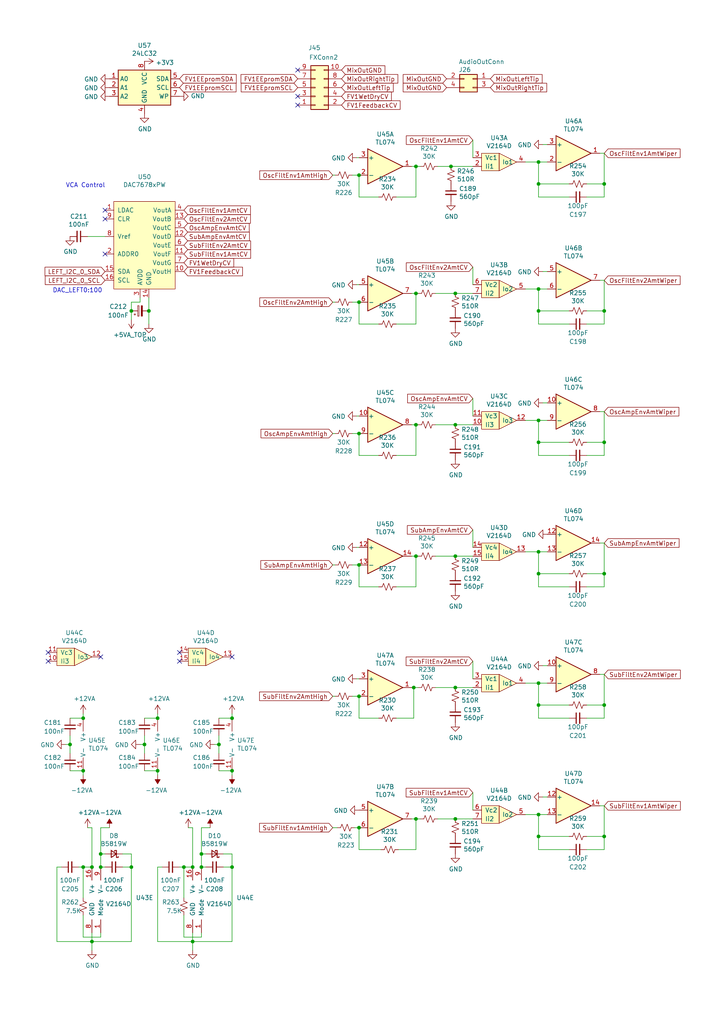
<source format=kicad_sch>
(kicad_sch (version 20210621) (generator eeschema)
  (paper "A4" portrait)
  (junction (at 20.32 215.9))
  (junction (at 24.13 208.28))
  (junction (at 24.13 223.52))
  (junction (at 24.13 251.46))
  (junction (at 26.67 251.46))
  (junction (at 26.67 273.05))
  (junction (at 29.21 247.65))
  (junction (at 29.21 251.46))
  (junction (at 38.1 90.17))
  (junction (at 38.1 251.46))
  (junction (at 41.91 215.9))
  (junction (at 43.18 90.17))
  (junction (at 45.72 208.28))
  (junction (at 45.72 223.52))
  (junction (at 53.34 251.46))
  (junction (at 55.88 251.46))
  (junction (at 55.88 273.05))
  (junction (at 58.42 247.65))
  (junction (at 58.42 251.46))
  (junction (at 63.5 215.9))
  (junction (at 67.31 208.28))
  (junction (at 67.31 223.52))
  (junction (at 67.31 251.46))
  (junction (at 104.14 50.8))
  (junction (at 104.14 87.63))
  (junction (at 104.14 125.73))
  (junction (at 104.14 163.83))
  (junction (at 104.14 201.93))
  (junction (at 104.14 240.03))
  (junction (at 120.015 199.39))
  (junction (at 120.65 48.26))
  (junction (at 120.65 85.09))
  (junction (at 120.65 123.19))
  (junction (at 120.65 161.29))
  (junction (at 120.65 237.49))
  (junction (at 130.81 48.26))
  (junction (at 132.08 85.09))
  (junction (at 132.08 123.19))
  (junction (at 132.08 161.29))
  (junction (at 132.08 199.39))
  (junction (at 132.08 237.49))
  (junction (at 156.21 46.99))
  (junction (at 156.21 53.34))
  (junction (at 156.21 83.82))
  (junction (at 156.21 90.17))
  (junction (at 156.21 121.92))
  (junction (at 156.21 128.27))
  (junction (at 156.21 160.02))
  (junction (at 156.21 166.37))
  (junction (at 156.21 198.12))
  (junction (at 156.21 204.47))
  (junction (at 156.21 236.22))
  (junction (at 156.21 242.57))
  (junction (at 175.26 53.34))
  (junction (at 175.26 90.17))
  (junction (at 175.26 128.27))
  (junction (at 175.26 166.37))
  (junction (at 175.26 204.47))
  (junction (at 175.26 242.57))
  (no_connect (at 13.97 189.23))
  (no_connect (at 13.97 191.77))
  (no_connect (at 29.21 190.5))
  (no_connect (at 30.48 60.96))
  (no_connect (at 30.48 63.5))
  (no_connect (at 30.48 73.66))
  (no_connect (at 52.07 189.23))
  (no_connect (at 52.07 191.77))
  (no_connect (at 67.31 190.5))
  (no_connect (at 86.36 20.32))
  (no_connect (at 86.36 27.94))
  (no_connect (at 86.36 30.48))
  (wire (pts (xy 16.51 251.46) (xy 16.51 273.05)))
  (wire (pts (xy 16.51 273.05) (xy 26.67 273.05)))
  (wire (pts (xy 17.78 251.46) (xy 16.51 251.46)))
  (wire (pts (xy 20.32 213.36) (xy 20.32 215.9)))
  (wire (pts (xy 20.32 215.9) (xy 19.05 215.9)))
  (wire (pts (xy 20.32 215.9) (xy 20.32 218.44)))
  (wire (pts (xy 20.32 223.52) (xy 24.13 223.52)))
  (wire (pts (xy 22.86 251.46) (xy 24.13 251.46)))
  (wire (pts (xy 24.13 207.01) (xy 24.13 208.28)))
  (wire (pts (xy 24.13 208.28) (xy 20.32 208.28)))
  (wire (pts (xy 24.13 223.52) (xy 24.13 224.79)))
  (wire (pts (xy 24.13 251.46) (xy 26.67 251.46)))
  (wire (pts (xy 24.13 260.35) (xy 24.13 251.46)))
  (wire (pts (xy 24.13 271.78) (xy 24.13 265.43)))
  (wire (pts (xy 25.4 68.58) (xy 30.48 68.58)))
  (wire (pts (xy 25.4 240.03) (xy 26.67 240.03)))
  (wire (pts (xy 26.67 240.03) (xy 26.67 251.46)))
  (wire (pts (xy 26.67 270.51) (xy 26.67 273.05)))
  (wire (pts (xy 26.67 273.05) (xy 26.67 275.59)))
  (wire (pts (xy 29.21 240.03) (xy 29.21 247.65)))
  (wire (pts (xy 29.21 247.65) (xy 30.48 247.65)))
  (wire (pts (xy 29.21 251.46) (xy 29.21 247.65)))
  (wire (pts (xy 29.21 251.46) (xy 30.48 251.46)))
  (wire (pts (xy 29.21 270.51) (xy 29.21 271.78)))
  (wire (pts (xy 29.21 271.78) (xy 24.13 271.78)))
  (wire (pts (xy 31.75 240.03) (xy 29.21 240.03)))
  (wire (pts (xy 35.56 247.65) (xy 38.1 247.65)))
  (wire (pts (xy 35.56 251.46) (xy 38.1 251.46)))
  (wire (pts (xy 38.1 87.63) (xy 38.1 90.17)))
  (wire (pts (xy 38.1 90.17) (xy 38.1 92.71)))
  (wire (pts (xy 38.1 247.65) (xy 38.1 251.46)))
  (wire (pts (xy 38.1 251.46) (xy 38.1 273.05)))
  (wire (pts (xy 38.1 273.05) (xy 26.67 273.05)))
  (wire (pts (xy 40.64 86.36) (xy 40.64 87.63)))
  (wire (pts (xy 40.64 87.63) (xy 38.1 87.63)))
  (wire (pts (xy 41.91 213.36) (xy 41.91 215.9)))
  (wire (pts (xy 41.91 215.9) (xy 40.64 215.9)))
  (wire (pts (xy 41.91 215.9) (xy 41.91 218.44)))
  (wire (pts (xy 41.91 223.52) (xy 45.72 223.52)))
  (wire (pts (xy 43.18 86.36) (xy 43.18 90.17)))
  (wire (pts (xy 43.18 90.17) (xy 43.18 93.98)))
  (wire (pts (xy 45.72 207.01) (xy 45.72 208.28)))
  (wire (pts (xy 45.72 208.28) (xy 41.91 208.28)))
  (wire (pts (xy 45.72 223.52) (xy 45.72 224.79)))
  (wire (pts (xy 45.72 251.46) (xy 45.72 273.05)))
  (wire (pts (xy 45.72 273.05) (xy 55.88 273.05)))
  (wire (pts (xy 46.99 251.46) (xy 45.72 251.46)))
  (wire (pts (xy 52.07 251.46) (xy 53.34 251.46)))
  (wire (pts (xy 53.34 251.46) (xy 55.88 251.46)))
  (wire (pts (xy 53.34 260.35) (xy 53.34 251.46)))
  (wire (pts (xy 53.34 271.78) (xy 53.34 265.43)))
  (wire (pts (xy 54.61 240.03) (xy 55.88 240.03)))
  (wire (pts (xy 55.88 240.03) (xy 55.88 251.46)))
  (wire (pts (xy 55.88 270.51) (xy 55.88 273.05)))
  (wire (pts (xy 55.88 273.05) (xy 55.88 275.59)))
  (wire (pts (xy 58.42 240.03) (xy 58.42 247.65)))
  (wire (pts (xy 58.42 247.65) (xy 59.69 247.65)))
  (wire (pts (xy 58.42 251.46) (xy 58.42 247.65)))
  (wire (pts (xy 58.42 251.46) (xy 59.69 251.46)))
  (wire (pts (xy 58.42 270.51) (xy 58.42 271.78)))
  (wire (pts (xy 58.42 271.78) (xy 53.34 271.78)))
  (wire (pts (xy 60.96 240.03) (xy 58.42 240.03)))
  (wire (pts (xy 63.5 213.36) (xy 63.5 215.9)))
  (wire (pts (xy 63.5 215.9) (xy 62.23 215.9)))
  (wire (pts (xy 63.5 215.9) (xy 63.5 218.44)))
  (wire (pts (xy 63.5 223.52) (xy 67.31 223.52)))
  (wire (pts (xy 64.77 247.65) (xy 67.31 247.65)))
  (wire (pts (xy 64.77 251.46) (xy 67.31 251.46)))
  (wire (pts (xy 67.31 207.01) (xy 67.31 208.28)))
  (wire (pts (xy 67.31 208.28) (xy 63.5 208.28)))
  (wire (pts (xy 67.31 223.52) (xy 67.31 224.79)))
  (wire (pts (xy 67.31 247.65) (xy 67.31 251.46)))
  (wire (pts (xy 67.31 251.46) (xy 67.31 273.05)))
  (wire (pts (xy 67.31 273.05) (xy 55.88 273.05)))
  (wire (pts (xy 96.52 50.8) (xy 97.155 50.8)))
  (wire (pts (xy 96.52 87.63) (xy 97.155 87.63)))
  (wire (pts (xy 96.52 125.73) (xy 97.155 125.73)))
  (wire (pts (xy 96.52 163.83) (xy 97.155 163.83)))
  (wire (pts (xy 96.52 201.93) (xy 97.155 201.93)))
  (wire (pts (xy 96.52 240.03) (xy 97.79 240.03)))
  (wire (pts (xy 102.235 50.8) (xy 104.14 50.8)))
  (wire (pts (xy 102.235 87.63) (xy 104.14 87.63)))
  (wire (pts (xy 102.235 125.73) (xy 104.14 125.73)))
  (wire (pts (xy 102.235 163.83) (xy 104.14 163.83)))
  (wire (pts (xy 102.235 201.93) (xy 104.14 201.93)))
  (wire (pts (xy 102.87 240.03) (xy 104.14 240.03)))
  (wire (pts (xy 104.14 45.72) (xy 103.505 45.72)))
  (wire (pts (xy 104.14 50.8) (xy 104.14 57.15)))
  (wire (pts (xy 104.14 57.15) (xy 109.855 57.15)))
  (wire (pts (xy 104.14 82.55) (xy 103.505 82.55)))
  (wire (pts (xy 104.14 87.63) (xy 104.14 93.98)))
  (wire (pts (xy 104.14 93.98) (xy 109.855 93.98)))
  (wire (pts (xy 104.14 120.65) (xy 103.505 120.65)))
  (wire (pts (xy 104.14 125.73) (xy 104.14 132.08)))
  (wire (pts (xy 104.14 132.08) (xy 109.855 132.08)))
  (wire (pts (xy 104.14 158.75) (xy 103.505 158.75)))
  (wire (pts (xy 104.14 163.83) (xy 104.14 170.18)))
  (wire (pts (xy 104.14 170.18) (xy 109.855 170.18)))
  (wire (pts (xy 104.14 196.85) (xy 103.505 196.85)))
  (wire (pts (xy 104.14 201.93) (xy 104.14 208.28)))
  (wire (pts (xy 104.14 208.28) (xy 109.855 208.28)))
  (wire (pts (xy 104.14 240.03) (xy 104.14 246.38)))
  (wire (pts (xy 104.14 246.38) (xy 110.49 246.38)))
  (wire (pts (xy 114.935 57.15) (xy 120.65 57.15)))
  (wire (pts (xy 114.935 93.98) (xy 120.65 93.98)))
  (wire (pts (xy 114.935 132.08) (xy 120.65 132.08)))
  (wire (pts (xy 114.935 170.18) (xy 120.65 170.18)))
  (wire (pts (xy 114.935 208.28) (xy 120.015 208.28)))
  (wire (pts (xy 115.57 246.38) (xy 120.65 246.38)))
  (wire (pts (xy 119.38 48.26) (xy 120.65 48.26)))
  (wire (pts (xy 119.38 85.09) (xy 120.65 85.09)))
  (wire (pts (xy 119.38 123.19) (xy 120.65 123.19)))
  (wire (pts (xy 119.38 161.29) (xy 120.65 161.29)))
  (wire (pts (xy 119.38 199.39) (xy 120.015 199.39)))
  (wire (pts (xy 119.38 237.49) (xy 120.65 237.49)))
  (wire (pts (xy 120.015 199.39) (xy 121.285 199.39)))
  (wire (pts (xy 120.015 208.28) (xy 120.015 199.39)))
  (wire (pts (xy 120.65 57.15) (xy 120.65 48.26)))
  (wire (pts (xy 120.65 85.09) (xy 121.285 85.09)))
  (wire (pts (xy 120.65 93.98) (xy 120.65 85.09)))
  (wire (pts (xy 120.65 123.19) (xy 121.285 123.19)))
  (wire (pts (xy 120.65 132.08) (xy 120.65 123.19)))
  (wire (pts (xy 120.65 161.29) (xy 121.285 161.29)))
  (wire (pts (xy 120.65 170.18) (xy 120.65 161.29)))
  (wire (pts (xy 120.65 237.49) (xy 121.92 237.49)))
  (wire (pts (xy 120.65 246.38) (xy 120.65 237.49)))
  (wire (pts (xy 121.92 48.26) (xy 120.65 48.26)))
  (wire (pts (xy 126.365 85.09) (xy 132.08 85.09)))
  (wire (pts (xy 126.365 123.19) (xy 132.08 123.19)))
  (wire (pts (xy 126.365 161.29) (xy 132.08 161.29)))
  (wire (pts (xy 126.365 199.39) (xy 132.08 199.39)))
  (wire (pts (xy 127 48.26) (xy 130.81 48.26)))
  (wire (pts (xy 127 237.49) (xy 132.08 237.49)))
  (wire (pts (xy 132.08 85.09) (xy 137.16 85.09)))
  (wire (pts (xy 132.08 123.19) (xy 137.16 123.19)))
  (wire (pts (xy 132.08 161.29) (xy 137.16 161.29)))
  (wire (pts (xy 132.08 199.39) (xy 137.16 199.39)))
  (wire (pts (xy 132.08 237.49) (xy 137.16 237.49)))
  (wire (pts (xy 137.16 40.64) (xy 137.16 45.72)))
  (wire (pts (xy 137.16 48.26) (xy 130.81 48.26)))
  (wire (pts (xy 137.16 77.47) (xy 137.16 82.55)))
  (wire (pts (xy 137.16 115.57) (xy 137.16 120.65)))
  (wire (pts (xy 137.16 153.67) (xy 137.16 158.75)))
  (wire (pts (xy 137.16 191.77) (xy 137.16 196.85)))
  (wire (pts (xy 137.16 229.87) (xy 137.16 234.95)))
  (wire (pts (xy 152.4 46.99) (xy 156.21 46.99)))
  (wire (pts (xy 152.4 83.82) (xy 156.21 83.82)))
  (wire (pts (xy 152.4 121.92) (xy 156.21 121.92)))
  (wire (pts (xy 152.4 160.02) (xy 156.21 160.02)))
  (wire (pts (xy 152.4 198.12) (xy 156.21 198.12)))
  (wire (pts (xy 152.4 236.22) (xy 156.21 236.22)))
  (wire (pts (xy 156.21 46.99) (xy 156.21 53.34)))
  (wire (pts (xy 156.21 46.99) (xy 158.75 46.99)))
  (wire (pts (xy 156.21 53.34) (xy 156.21 57.15)))
  (wire (pts (xy 156.21 53.34) (xy 165.1 53.34)))
  (wire (pts (xy 156.21 57.15) (xy 165.1 57.15)))
  (wire (pts (xy 156.21 83.82) (xy 156.21 90.17)))
  (wire (pts (xy 156.21 83.82) (xy 158.75 83.82)))
  (wire (pts (xy 156.21 90.17) (xy 156.21 93.98)))
  (wire (pts (xy 156.21 90.17) (xy 165.1 90.17)))
  (wire (pts (xy 156.21 93.98) (xy 165.1 93.98)))
  (wire (pts (xy 156.21 121.92) (xy 156.21 128.27)))
  (wire (pts (xy 156.21 121.92) (xy 158.75 121.92)))
  (wire (pts (xy 156.21 128.27) (xy 156.21 132.08)))
  (wire (pts (xy 156.21 128.27) (xy 165.1 128.27)))
  (wire (pts (xy 156.21 132.08) (xy 165.1 132.08)))
  (wire (pts (xy 156.21 160.02) (xy 156.21 166.37)))
  (wire (pts (xy 156.21 160.02) (xy 158.75 160.02)))
  (wire (pts (xy 156.21 166.37) (xy 156.21 170.18)))
  (wire (pts (xy 156.21 166.37) (xy 165.1 166.37)))
  (wire (pts (xy 156.21 170.18) (xy 165.1 170.18)))
  (wire (pts (xy 156.21 198.12) (xy 156.21 204.47)))
  (wire (pts (xy 156.21 198.12) (xy 158.75 198.12)))
  (wire (pts (xy 156.21 204.47) (xy 156.21 208.28)))
  (wire (pts (xy 156.21 204.47) (xy 165.1 204.47)))
  (wire (pts (xy 156.21 208.28) (xy 165.1 208.28)))
  (wire (pts (xy 156.21 236.22) (xy 156.21 242.57)))
  (wire (pts (xy 156.21 236.22) (xy 158.75 236.22)))
  (wire (pts (xy 156.21 242.57) (xy 156.21 246.38)))
  (wire (pts (xy 156.21 242.57) (xy 165.1 242.57)))
  (wire (pts (xy 156.21 246.38) (xy 165.1 246.38)))
  (wire (pts (xy 157.48 41.91) (xy 158.75 41.91)))
  (wire (pts (xy 157.48 116.84) (xy 158.75 116.84)))
  (wire (pts (xy 158.75 78.74) (xy 157.48 78.74)))
  (wire (pts (xy 158.75 193.04) (xy 157.48 193.04)))
  (wire (pts (xy 158.75 231.14) (xy 157.48 231.14)))
  (wire (pts (xy 170.18 53.34) (xy 175.26 53.34)))
  (wire (pts (xy 170.18 57.15) (xy 175.26 57.15)))
  (wire (pts (xy 170.18 90.17) (xy 175.26 90.17)))
  (wire (pts (xy 170.18 93.98) (xy 175.26 93.98)))
  (wire (pts (xy 170.18 128.27) (xy 175.26 128.27)))
  (wire (pts (xy 170.18 132.08) (xy 175.26 132.08)))
  (wire (pts (xy 170.18 166.37) (xy 175.26 166.37)))
  (wire (pts (xy 170.18 170.18) (xy 175.26 170.18)))
  (wire (pts (xy 170.18 204.47) (xy 175.26 204.47)))
  (wire (pts (xy 170.18 208.28) (xy 175.26 208.28)))
  (wire (pts (xy 170.18 242.57) (xy 175.26 242.57)))
  (wire (pts (xy 170.18 246.38) (xy 175.26 246.38)))
  (wire (pts (xy 173.99 81.28) (xy 175.26 81.28)))
  (wire (pts (xy 173.99 119.38) (xy 175.26 119.38)))
  (wire (pts (xy 173.99 157.48) (xy 175.26 157.48)))
  (wire (pts (xy 173.99 195.58) (xy 175.26 195.58)))
  (wire (pts (xy 173.99 233.68) (xy 175.26 233.68)))
  (wire (pts (xy 175.26 44.45) (xy 173.99 44.45)))
  (wire (pts (xy 175.26 53.34) (xy 175.26 44.45)))
  (wire (pts (xy 175.26 57.15) (xy 175.26 53.34)))
  (wire (pts (xy 175.26 90.17) (xy 175.26 81.28)))
  (wire (pts (xy 175.26 93.98) (xy 175.26 90.17)))
  (wire (pts (xy 175.26 128.27) (xy 175.26 119.38)))
  (wire (pts (xy 175.26 132.08) (xy 175.26 128.27)))
  (wire (pts (xy 175.26 166.37) (xy 175.26 157.48)))
  (wire (pts (xy 175.26 170.18) (xy 175.26 166.37)))
  (wire (pts (xy 175.26 204.47) (xy 175.26 195.58)))
  (wire (pts (xy 175.26 208.28) (xy 175.26 204.47)))
  (wire (pts (xy 175.26 242.57) (xy 175.26 233.68)))
  (wire (pts (xy 175.26 246.38) (xy 175.26 242.57)))
  (text "DAC_LEFT0:100" (at 15.24 85.09 0) (effects (font (size 1.27 1.27)) (justify left bottom)))
  (text "VCA Control" (at 19.05 54.61 0) (effects (font (size 1.27 1.27)) (justify left bottom)))
  (global_label "LEFT_I2C_0_SDA" (shape input) (at 30.48 78.74 180) (property "Intersheet References" "${INTERSHEET_REFS}" (effects hide)))
  (global_label "LEFT_I2C_0_SCL" (shape input) (at 30.48 81.28 180) (property "Intersheet References" "${INTERSHEET_REFS}" (effects hide)))
  (global_label "FV1EEpromSDA" (shape input) (at 52.07 22.86 0) (property "Intersheet References" "${INTERSHEET_REFS}" (effects hide)))
  (global_label "FV1EEpromSCL" (shape input) (at 52.07 25.4 0) (property "Intersheet References" "${INTERSHEET_REFS}" (effects hide)))
  (global_label "OscFiltEnv1AmtCV" (shape input) (at 53.34 60.96 0) (property "Intersheet References" "${INTERSHEET_REFS}" (effects hide)))
  (global_label "OscFiltEnv2AmtCV" (shape input) (at 53.34 63.5 0) (property "Intersheet References" "${INTERSHEET_REFS}" (effects hide)))
  (global_label "OscAmpEnvAmtCV" (shape input) (at 53.34 66.04 0) (property "Intersheet References" "${INTERSHEET_REFS}" (effects hide)))
  (global_label "SubAmpEnvAmtCV" (shape input) (at 53.34 68.58 0) (property "Intersheet References" "${INTERSHEET_REFS}" (effects hide)))
  (global_label "SubFiltEnv2AmtCV" (shape input) (at 53.34 71.12 0) (property "Intersheet References" "${INTERSHEET_REFS}" (effects hide)))
  (global_label "SubFiltEnv1AmtCV" (shape input) (at 53.34 73.66 0) (property "Intersheet References" "${INTERSHEET_REFS}" (effects hide)))
  (global_label "FV1WetDryCV" (shape input) (at 53.34 76.2 0) (property "Intersheet References" "${INTERSHEET_REFS}" (effects hide)))
  (global_label "FV1FeedbackCV" (shape input) (at 53.34 78.74 0) (property "Intersheet References" "${INTERSHEET_REFS}" (effects hide)))
  (global_label "FV1EEpromSDA" (shape input) (at 86.36 22.86 180) (property "Intersheet References" "${INTERSHEET_REFS}" (effects hide)))
  (global_label "FV1EEpromSCL" (shape input) (at 86.36 25.4 180) (property "Intersheet References" "${INTERSHEET_REFS}" (effects hide)))
  (global_label "OscFiltEnv1AmtHigh" (shape input) (at 96.52 50.8 180) (property "Intersheet References" "${INTERSHEET_REFS}" (effects hide)))
  (global_label "OscFiltEnv2AmtHigh" (shape input) (at 96.52 87.63 180) (property "Intersheet References" "${INTERSHEET_REFS}" (effects hide)))
  (global_label "OscAmpEnvAmtHigh" (shape input) (at 96.52 125.73 180) (property "Intersheet References" "${INTERSHEET_REFS}" (effects hide)))
  (global_label "SubAmpEnvAmtHigh" (shape input) (at 96.52 163.83 180) (property "Intersheet References" "${INTERSHEET_REFS}" (effects hide)))
  (global_label "SubFiltEnv2AmtHigh" (shape input) (at 96.52 201.93 180) (property "Intersheet References" "${INTERSHEET_REFS}" (effects hide)))
  (global_label "SubFiltEnv1AmtHigh" (shape input) (at 96.52 240.03 180) (property "Intersheet References" "${INTERSHEET_REFS}" (effects hide)))
  (global_label "MixOutGND" (shape input) (at 99.06 20.32 0) (property "Intersheet References" "${INTERSHEET_REFS}" (effects hide)))
  (global_label "MixOutRightTip" (shape input) (at 99.06 22.86 0) (property "Intersheet References" "${INTERSHEET_REFS}" (effects hide)))
  (global_label "MixOutLeftTip" (shape input) (at 99.06 25.4 0) (property "Intersheet References" "${INTERSHEET_REFS}" (effects hide)))
  (global_label "FV1WetDryCV" (shape input) (at 99.06 27.94 0) (property "Intersheet References" "${INTERSHEET_REFS}" (effects hide)))
  (global_label "FV1FeedbackCV" (shape input) (at 99.06 30.48 0) (property "Intersheet References" "${INTERSHEET_REFS}" (effects hide)))
  (global_label "MixOutGND" (shape input) (at 129.54 22.86 180) (property "Intersheet References" "${INTERSHEET_REFS}" (effects hide)))
  (global_label "MixOutGND" (shape input) (at 129.54 25.4 180) (property "Intersheet References" "${INTERSHEET_REFS}" (effects hide)))
  (global_label "OscFiltEnv1AmtCV" (shape input) (at 137.16 40.64 180) (property "Intersheet References" "${INTERSHEET_REFS}" (effects hide)))
  (global_label "OscFiltEnv2AmtCV" (shape input) (at 137.16 77.47 180) (property "Intersheet References" "${INTERSHEET_REFS}" (effects hide)))
  (global_label "OscAmpEnvAmtCV" (shape input) (at 137.16 115.57 180) (property "Intersheet References" "${INTERSHEET_REFS}" (effects hide)))
  (global_label "SubAmpEnvAmtCV" (shape input) (at 137.16 153.67 180) (property "Intersheet References" "${INTERSHEET_REFS}" (effects hide)))
  (global_label "SubFiltEnv2AmtCV" (shape input) (at 137.16 191.77 180) (property "Intersheet References" "${INTERSHEET_REFS}" (effects hide)))
  (global_label "SubFiltEnv1AmtCV" (shape input) (at 137.16 229.87 180) (property "Intersheet References" "${INTERSHEET_REFS}" (effects hide)))
  (global_label "MixOutLeftTip" (shape input) (at 142.24 22.86 0) (property "Intersheet References" "${INTERSHEET_REFS}" (effects hide)))
  (global_label "MixOutRightTip" (shape input) (at 142.24 25.4 0) (property "Intersheet References" "${INTERSHEET_REFS}" (effects hide)))
  (global_label "OscFiltEnv1AmtWiper" (shape input) (at 175.26 44.45 0) (property "Intersheet References" "${INTERSHEET_REFS}" (effects hide)))
  (global_label "OscFiltEnv2AmtWiper" (shape input) (at 175.26 81.28 0) (property "Intersheet References" "${INTERSHEET_REFS}" (effects hide)))
  (global_label "OscAmpEnvAmtWiper" (shape input) (at 175.26 119.38 0) (property "Intersheet References" "${INTERSHEET_REFS}" (effects hide)))
  (global_label "SubAmpEnvAmtWiper" (shape input) (at 175.26 157.48 0) (property "Intersheet References" "${INTERSHEET_REFS}" (effects hide)))
  (global_label "SubFiltEnv2AmtWiper" (shape input) (at 175.26 195.58 0) (property "Intersheet References" "${INTERSHEET_REFS}" (effects hide)))
  (global_label "SubFiltEnv1AmtWiper" (shape input) (at 175.26 233.68 0) (property "Intersheet References" "${INTERSHEET_REFS}" (effects hide)))
  (symbol (lib_id "power:+12VA") (at 24.13 207.01 0) (unit 1)
    (property "Reference" "#PWR03" (effects hide))
    (property "Value" "+12VA" (at 24.511 202.6158 0))
  )
  (symbol (lib_id "power:-12VA") (at 24.13 224.79 180) (unit 1)
    (property "Reference" "#PWR04" (effects hide))
    (property "Value" "-12VA" (at 23.749 229.1842 0))
  )
  (symbol (lib_id "power:+12VA") (at 25.4 240.03 0) (unit 1)
    (property "Reference" "#PWR0582" (effects hide))
    (property "Value" "+12VA" (at 25.781 235.6358 0))
  )
  (symbol (lib_id "power:-12VA") (at 31.75 240.03 0) (unit 1)
    (property "Reference" "#PWR0584" (effects hide))
    (property "Value" "-12VA" (at 32.131 235.6358 0))
  )
  (symbol (lib_id "power:+5VA_TOP") (at 38.1 92.71 180) (unit 1)
    (property "Reference" "#PWR0285" (effects hide))
    (property "Value" "+5VA_TOP" (at 37.719 97.1042 0))
  )
  (symbol (lib_id "power:+3.3V") (at 41.91 17.78 270) (unit 1)
    (property "Reference" "#PWR0989" (effects hide))
    (property "Value" "+3.3V" (at 45.1612 18.161 90) (effects (justify left)))
  )
  (symbol (lib_id "power:+12VA") (at 45.72 207.01 0) (unit 1)
    (property "Reference" "#PWR010" (effects hide))
    (property "Value" "+12VA" (at 46.101 202.6158 0))
  )
  (symbol (lib_id "power:-12VA") (at 45.72 224.79 180) (unit 1)
    (property "Reference" "#PWR011" (effects hide))
    (property "Value" "-12VA" (at 45.339 229.1842 0))
  )
  (symbol (lib_id "power:+12VA") (at 54.61 240.03 0) (unit 1)
    (property "Reference" "#PWR0585" (effects hide))
    (property "Value" "+12VA" (at 54.991 235.6358 0))
  )
  (symbol (lib_id "power:-12VA") (at 60.96 240.03 0) (unit 1)
    (property "Reference" "#PWR0587" (effects hide))
    (property "Value" "-12VA" (at 61.341 235.6358 0))
  )
  (symbol (lib_id "power:+12VA") (at 67.31 207.01 0) (unit 1)
    (property "Reference" "#PWR029" (effects hide))
    (property "Value" "+12VA" (at 67.691 202.6158 0))
  )
  (symbol (lib_id "power:-12VA") (at 67.31 224.79 180) (unit 1)
    (property "Reference" "#PWR045" (effects hide))
    (property "Value" "-12VA" (at 66.929 229.1842 0))
  )
  (symbol (lib_id "power:GND") (at 19.05 215.9 270) (unit 1)
    (property "Reference" "#PWR02" (effects hide))
    (property "Value" "GND" (at 15.7988 216.027 90) (effects (justify right)))
  )
  (symbol (lib_id "power:GND") (at 20.32 68.58 0) (unit 1)
    (property "Reference" "#PWR0589" (effects hide))
    (property "Value" "GND" (at 20.447 72.9742 0))
  )
  (symbol (lib_id "power:GND") (at 26.67 275.59 0) (unit 1)
    (property "Reference" "#PWR0583" (effects hide))
    (property "Value" "GND" (at 26.797 279.9842 0))
  )
  (symbol (lib_id "power:GND") (at 31.75 22.86 270) (unit 1)
    (property "Reference" "#PWR0991" (effects hide))
    (property "Value" "GND" (at 28.4988 22.987 90) (effects (justify right)))
  )
  (symbol (lib_id "power:GND") (at 31.75 25.4 270) (unit 1)
    (property "Reference" "#PWR0992" (effects hide))
    (property "Value" "GND" (at 28.4988 25.527 90) (effects (justify right)))
  )
  (symbol (lib_id "power:GND") (at 31.75 27.94 270) (unit 1)
    (property "Reference" "#PWR0993" (effects hide))
    (property "Value" "GND" (at 28.4988 28.067 90) (effects (justify right)))
  )
  (symbol (lib_id "power:GND") (at 40.64 215.9 270) (unit 1)
    (property "Reference" "#PWR09" (effects hide))
    (property "Value" "GND" (at 37.3888 216.027 90) (effects (justify right)))
  )
  (symbol (lib_id "power:GND") (at 41.91 33.02 0) (unit 1)
    (property "Reference" "#PWR0990" (effects hide))
    (property "Value" "GND" (at 42.037 37.4142 0))
  )
  (symbol (lib_id "power:GND") (at 43.18 93.98 0) (unit 1)
    (property "Reference" "#PWR0590" (effects hide))
    (property "Value" "GND" (at 43.307 98.3742 0))
  )
  (symbol (lib_id "power:GND") (at 52.07 27.94 90) (unit 1)
    (property "Reference" "#PWR0994" (effects hide))
    (property "Value" "GND" (at 55.3212 27.813 90) (effects (justify right)))
  )
  (symbol (lib_id "power:GND") (at 55.88 275.59 0) (unit 1)
    (property "Reference" "#PWR0586" (effects hide))
    (property "Value" "GND" (at 56.007 279.9842 0))
  )
  (symbol (lib_id "power:GND") (at 62.23 215.9 270) (unit 1)
    (property "Reference" "#PWR028" (effects hide))
    (property "Value" "GND" (at 58.9788 216.027 90) (effects (justify right)))
  )
  (symbol (lib_id "power:GND") (at 103.505 45.72 270) (unit 1)
    (property "Reference" "#PWR067" (effects hide))
    (property "Value" "GND" (at 100.2538 45.847 90) (effects (justify right)))
  )
  (symbol (lib_id "power:GND") (at 103.505 82.55 270) (unit 1)
    (property "Reference" "#PWR068" (effects hide))
    (property "Value" "GND" (at 100.2538 82.677 90) (effects (justify right)))
  )
  (symbol (lib_id "power:GND") (at 103.505 120.65 270) (unit 1)
    (property "Reference" "#PWR089" (effects hide))
    (property "Value" "GND" (at 100.2538 120.777 90) (effects (justify right)))
  )
  (symbol (lib_id "power:GND") (at 103.505 158.75 270) (unit 1)
    (property "Reference" "#PWR090" (effects hide))
    (property "Value" "GND" (at 100.2538 158.877 90) (effects (justify right)))
  )
  (symbol (lib_id "power:GND") (at 103.505 196.85 270) (unit 1)
    (property "Reference" "#PWR049" (effects hide))
    (property "Value" "GND" (at 100.2538 196.977 90) (effects (justify right)))
  )
  (symbol (lib_id "power:GND") (at 104.14 234.95 270) (unit 1)
    (property "Reference" "#PWR050" (effects hide))
    (property "Value" "GND" (at 100.8888 235.077 90) (effects (justify right)))
  )
  (symbol (lib_id "power:GND") (at 130.81 58.42 0) (unit 1)
    (property "Reference" "#PWR091" (effects hide))
    (property "Value" "GND" (at 130.937 62.8142 0))
  )
  (symbol (lib_id "power:GND") (at 132.08 95.25 0) (unit 1)
    (property "Reference" "#PWR092" (effects hide))
    (property "Value" "GND" (at 132.207 99.6442 0))
  )
  (symbol (lib_id "power:GND") (at 132.08 133.35 0) (unit 1)
    (property "Reference" "#PWR093" (effects hide))
    (property "Value" "GND" (at 132.207 137.7442 0))
  )
  (symbol (lib_id "power:GND") (at 132.08 171.45 0) (unit 1)
    (property "Reference" "#PWR094" (effects hide))
    (property "Value" "GND" (at 132.207 175.8442 0))
  )
  (symbol (lib_id "power:GND") (at 132.08 209.55 0) (unit 1)
    (property "Reference" "#PWR0571" (effects hide))
    (property "Value" "GND" (at 132.207 213.9442 0))
  )
  (symbol (lib_id "power:GND") (at 132.08 247.65 0) (unit 1)
    (property "Reference" "#PWR0572" (effects hide))
    (property "Value" "GND" (at 132.207 252.0442 0))
  )
  (symbol (lib_id "power:GND") (at 157.48 41.91 270) (unit 1)
    (property "Reference" "#PWR0575" (effects hide))
    (property "Value" "GND" (at 154.2288 42.037 90) (effects (justify right)))
  )
  (symbol (lib_id "power:GND") (at 157.48 78.74 270) (unit 1)
    (property "Reference" "#PWR0576" (effects hide))
    (property "Value" "GND" (at 154.2288 78.867 90) (effects (justify right)))
  )
  (symbol (lib_id "power:GND") (at 157.48 116.84 270) (unit 1)
    (property "Reference" "#PWR0577" (effects hide))
    (property "Value" "GND" (at 154.2288 116.967 90) (effects (justify right)))
  )
  (symbol (lib_id "power:GND") (at 157.48 193.04 270) (unit 1)
    (property "Reference" "#PWR0579" (effects hide))
    (property "Value" "GND" (at 154.2288 193.167 90) (effects (justify right)))
  )
  (symbol (lib_id "power:GND") (at 157.48 231.14 270) (unit 1)
    (property "Reference" "#PWR0580" (effects hide))
    (property "Value" "GND" (at 154.2288 231.267 90) (effects (justify right)))
  )
  (symbol (lib_id "power:GND") (at 158.75 154.94 270) (unit 1)
    (property "Reference" "#PWR0578" (effects hide))
    (property "Value" "GND" (at 155.4988 155.067 90) (effects (justify right)))
  )
  (symbol (lib_id "Device:R_Small_US") (at 24.13 262.89 180) (unit 1)
    (property "Reference" "R262" (at 17.78 261.62 0) (effects (justify right)))
    (property "Value" "7.5K" (at 19.05 264.16 0) (effects (justify right)))
    (property "Footprint" "Resistor_SMD:R_0805_2012Metric" (effects hide))
    (property "LCSC" "C17807" (effects hide))
  )
  (symbol (lib_id "Device:R_Small_US") (at 53.34 262.89 180) (unit 1)
    (property "Reference" "R263" (at 46.99 261.62 0) (effects (justify right)))
    (property "Value" "7.5K" (at 48.26 264.16 0) (effects (justify right)))
    (property "Footprint" "Resistor_SMD:R_0805_2012Metric" (effects hide))
    (property "LCSC" "C17807" (effects hide))
  )
  (symbol (lib_id "Device:R_Small_US") (at 99.695 50.8 270) (unit 1)
    (property "Reference" "R226" (at 99.695 55.88 90))
    (property "Value" "30K" (at 99.695 53.34 90))
    (property "Footprint" "Resistor_SMD:R_0805_2012Metric" (effects hide))
    (property "LCSC" "C17621" (effects hide))
  )
  (symbol (lib_id "Device:R_Small_US") (at 99.695 87.63 270) (unit 1)
    (property "Reference" "R227" (at 99.695 92.71 90))
    (property "Value" "30K" (at 99.695 90.17 90))
    (property "Footprint" "Resistor_SMD:R_0805_2012Metric" (effects hide))
    (property "LCSC" "C17621" (effects hide))
  )
  (symbol (lib_id "Device:R_Small_US") (at 99.695 125.73 270) (unit 1)
    (property "Reference" "R228" (at 99.695 130.81 90))
    (property "Value" "30K" (at 99.695 128.27 90))
    (property "Footprint" "Resistor_SMD:R_0805_2012Metric" (effects hide))
    (property "LCSC" "C17621" (effects hide))
  )
  (symbol (lib_id "Device:R_Small_US") (at 99.695 163.83 270) (unit 1)
    (property "Reference" "R229" (at 99.695 168.91 90))
    (property "Value" "30K" (at 99.695 166.37 90))
    (property "Footprint" "Resistor_SMD:R_0805_2012Metric" (effects hide))
    (property "LCSC" "C17621" (effects hide))
  )
  (symbol (lib_id "Device:R_Small_US") (at 99.695 201.93 270) (unit 1)
    (property "Reference" "R222" (at 99.695 207.01 90))
    (property "Value" "30K" (at 99.695 204.47 90))
    (property "Footprint" "Resistor_SMD:R_0805_2012Metric" (effects hide))
    (property "LCSC" "C17621" (effects hide))
  )
  (symbol (lib_id "Device:R_Small_US") (at 100.33 240.03 270) (unit 1)
    (property "Reference" "R223" (at 100.33 245.11 90))
    (property "Value" "30K" (at 100.33 242.57 90))
    (property "Footprint" "Resistor_SMD:R_0805_2012Metric" (effects hide))
    (property "LCSC" "C17621" (effects hide))
  )
  (symbol (lib_id "Device:R_Small_US") (at 112.395 57.15 270) (unit 1)
    (property "Reference" "R234" (at 112.395 51.943 90))
    (property "Value" "30K" (at 112.395 54.2544 90))
    (property "Footprint" "Resistor_SMD:R_0805_2012Metric" (effects hide))
    (property "LCSC" "C17621" (effects hide))
  )
  (symbol (lib_id "Device:R_Small_US") (at 112.395 93.98 270) (unit 1)
    (property "Reference" "R235" (at 112.395 88.773 90))
    (property "Value" "30K" (at 112.395 91.0844 90))
    (property "Footprint" "Resistor_SMD:R_0805_2012Metric" (effects hide))
    (property "LCSC" "C17621" (effects hide))
  )
  (symbol (lib_id "Device:R_Small_US") (at 112.395 132.08 270) (unit 1)
    (property "Reference" "R236" (at 112.395 126.873 90))
    (property "Value" "30K" (at 112.395 129.1844 90))
    (property "Footprint" "Resistor_SMD:R_0805_2012Metric" (effects hide))
    (property "LCSC" "C17621" (effects hide))
  )
  (symbol (lib_id "Device:R_Small_US") (at 112.395 170.18 270) (unit 1)
    (property "Reference" "R237" (at 112.395 164.973 90))
    (property "Value" "30K" (at 112.395 167.2844 90))
    (property "Footprint" "Resistor_SMD:R_0805_2012Metric" (effects hide))
    (property "LCSC" "C17621" (effects hide))
  )
  (symbol (lib_id "Device:R_Small_US") (at 112.395 208.28 270) (unit 1)
    (property "Reference" "R230" (at 112.395 203.073 90))
    (property "Value" "30K" (at 112.395 205.3844 90))
    (property "Footprint" "Resistor_SMD:R_0805_2012Metric" (effects hide))
    (property "LCSC" "C17621" (effects hide))
  )
  (symbol (lib_id "Device:R_Small_US") (at 113.03 246.38 270) (unit 1)
    (property "Reference" "R231" (at 113.03 241.173 90))
    (property "Value" "30K" (at 113.03 243.4844 90))
    (property "Footprint" "Resistor_SMD:R_0805_2012Metric" (effects hide))
    (property "LCSC" "C17621" (effects hide))
  )
  (symbol (lib_id "Device:R_Small_US") (at 123.825 85.09 270) (unit 1)
    (property "Reference" "R243" (at 123.825 79.883 90))
    (property "Value" "30K" (at 123.825 82.1944 90))
    (property "Footprint" "Resistor_SMD:R_0805_2012Metric" (effects hide))
    (property "LCSC" "C17621" (effects hide))
  )
  (symbol (lib_id "Device:R_Small_US") (at 123.825 123.19 270) (unit 1)
    (property "Reference" "R244" (at 123.825 117.983 90))
    (property "Value" "30K" (at 123.825 120.2944 90))
    (property "Footprint" "Resistor_SMD:R_0805_2012Metric" (effects hide))
    (property "LCSC" "C17621" (effects hide))
  )
  (symbol (lib_id "Device:R_Small_US") (at 123.825 161.29 270) (unit 1)
    (property "Reference" "R245" (at 123.825 156.083 90))
    (property "Value" "30K" (at 123.825 158.3944 90))
    (property "Footprint" "Resistor_SMD:R_0805_2012Metric" (effects hide))
    (property "LCSC" "C17621" (effects hide))
  )
  (symbol (lib_id "Device:R_Small_US") (at 123.825 199.39 270) (unit 1)
    (property "Reference" "R238" (at 123.825 194.183 90))
    (property "Value" "30K" (at 123.825 196.4944 90))
    (property "Footprint" "Resistor_SMD:R_0805_2012Metric" (effects hide))
    (property "LCSC" "C17621" (effects hide))
  )
  (symbol (lib_id "Device:R_Small_US") (at 124.46 48.26 270) (unit 1)
    (property "Reference" "R242" (at 124.46 43.053 90))
    (property "Value" "30K" (at 124.46 45.3644 90))
    (property "Footprint" "Resistor_SMD:R_0805_2012Metric" (effects hide))
    (property "LCSC" "C17621" (effects hide))
  )
  (symbol (lib_id "Device:R_Small_US") (at 124.46 237.49 270) (unit 1)
    (property "Reference" "R239" (at 124.46 232.283 90))
    (property "Value" "30K" (at 124.46 234.5944 90))
    (property "Footprint" "Resistor_SMD:R_0805_2012Metric" (effects hide))
    (property "LCSC" "C17621" (effects hide))
  )
  (symbol (lib_id "Device:R_Small_US") (at 130.81 50.8 0) (unit 1)
    (property "Reference" "R246" (at 132.5372 49.6316 0) (effects (justify left)))
    (property "Value" "510R" (at 132.5372 51.943 0) (effects (justify left)))
    (property "Footprint" "Resistor_SMD:R_0805_2012Metric" (effects hide))
    (property "LCSC" "C17734" (effects hide))
  )
  (symbol (lib_id "Device:R_Small_US") (at 132.08 87.63 0) (unit 1)
    (property "Reference" "R247" (at 133.8072 86.4616 0) (effects (justify left)))
    (property "Value" "510R" (at 133.8072 88.773 0) (effects (justify left)))
    (property "Footprint" "Resistor_SMD:R_0805_2012Metric" (effects hide))
    (property "LCSC" "C17734" (effects hide))
  )
  (symbol (lib_id "Device:R_Small_US") (at 132.08 125.73 0) (unit 1)
    (property "Reference" "R248" (at 133.8072 124.5616 0) (effects (justify left)))
    (property "Value" "510R" (at 133.8072 126.873 0) (effects (justify left)))
    (property "Footprint" "Resistor_SMD:R_0805_2012Metric" (effects hide))
    (property "LCSC" "C17734" (effects hide))
  )
  (symbol (lib_id "Device:R_Small_US") (at 132.08 163.83 0) (unit 1)
    (property "Reference" "R249" (at 133.8072 162.6616 0) (effects (justify left)))
    (property "Value" "510R" (at 133.8072 164.973 0) (effects (justify left)))
    (property "Footprint" "Resistor_SMD:R_0805_2012Metric" (effects hide))
    (property "LCSC" "C17734" (effects hide))
  )
  (symbol (lib_id "Device:R_Small_US") (at 132.08 201.93 0) (unit 1)
    (property "Reference" "R250" (at 133.8072 200.7616 0) (effects (justify left)))
    (property "Value" "510R" (at 133.8072 203.073 0) (effects (justify left)))
    (property "Footprint" "Resistor_SMD:R_0805_2012Metric" (effects hide))
    (property "LCSC" "C17734" (effects hide))
  )
  (symbol (lib_id "Device:R_Small_US") (at 132.08 240.03 0) (unit 1)
    (property "Reference" "R251" (at 133.8072 238.8616 0) (effects (justify left)))
    (property "Value" "510R" (at 133.8072 241.173 0) (effects (justify left)))
    (property "Footprint" "Resistor_SMD:R_0805_2012Metric" (effects hide))
    (property "LCSC" "C17734" (effects hide))
  )
  (symbol (lib_id "Device:R_Small_US") (at 167.64 53.34 270) (unit 1)
    (property "Reference" "R254" (at 167.64 48.133 90))
    (property "Value" "30K" (at 167.64 50.4444 90))
    (property "Footprint" "Resistor_SMD:R_0805_2012Metric" (effects hide))
    (property "LCSC" "C17621" (effects hide))
  )
  (symbol (lib_id "Device:R_Small_US") (at 167.64 90.17 270) (unit 1)
    (property "Reference" "R255" (at 167.64 84.963 90))
    (property "Value" "30K" (at 167.64 87.2744 90))
    (property "Footprint" "Resistor_SMD:R_0805_2012Metric" (effects hide))
    (property "LCSC" "C17621" (effects hide))
  )
  (symbol (lib_id "Device:R_Small_US") (at 167.64 128.27 270) (unit 1)
    (property "Reference" "R256" (at 167.64 123.063 90))
    (property "Value" "30K" (at 167.64 125.3744 90))
    (property "Footprint" "Resistor_SMD:R_0805_2012Metric" (effects hide))
    (property "LCSC" "C17621" (effects hide))
  )
  (symbol (lib_id "Device:R_Small_US") (at 167.64 166.37 270) (unit 1)
    (property "Reference" "R257" (at 167.64 161.163 90))
    (property "Value" "30K" (at 167.64 163.4744 90))
    (property "Footprint" "Resistor_SMD:R_0805_2012Metric" (effects hide))
    (property "LCSC" "C17621" (effects hide))
  )
  (symbol (lib_id "Device:R_Small_US") (at 167.64 204.47 270) (unit 1)
    (property "Reference" "R258" (at 167.64 199.263 90))
    (property "Value" "30K" (at 167.64 201.5744 90))
    (property "Footprint" "Resistor_SMD:R_0805_2012Metric" (effects hide))
    (property "LCSC" "C17621" (effects hide))
  )
  (symbol (lib_id "Device:R_Small_US") (at 167.64 242.57 270) (unit 1)
    (property "Reference" "R259" (at 167.64 237.363 90))
    (property "Value" "30K" (at 167.64 239.6744 90))
    (property "Footprint" "Resistor_SMD:R_0805_2012Metric" (effects hide))
    (property "LCSC" "C17621" (effects hide))
  )
  (symbol (lib_id "Device:D_Schottky_Small") (at 33.02 247.65 180) (unit 1)
    (property "Reference" "D8" (at 33.02 242.3922 0))
    (property "Value" "B5819W" (at 33.02 244.7036 0))
    (property "Footprint" "Diode_SMD:D_SOD-123" (effects hide))
    (property "LCSC" "C8598" (effects hide))
  )
  (symbol (lib_id "Device:D_Schottky_Small") (at 62.23 247.65 180) (unit 1)
    (property "Reference" "D10" (at 62.23 242.3922 0))
    (property "Value" "B5819W" (at 62.23 244.7036 0))
    (property "Footprint" "Diode_SMD:D_SOD-123" (effects hide))
    (property "LCSC" "C8598" (effects hide))
  )
  (symbol (lib_id "Amplifier_Operational:TL074") (at 26.67 215.9 0) (unit 5)
    (property "Reference" "U45" (at 25.6032 214.7316 0) (effects (justify left)))
    (property "Value" "TL074" (at 25.6032 217.043 0) (effects (justify left)))
    (property "Footprint" "Package_SO:SOIC-14_3.9x8.7mm_P1.27mm" (effects hide))
    (property "Datasheet" "http://www.ti.com/lit/ds/symlink/tl071.pdf" (effects hide))
    (property "LCSC" "C12594" (effects hide))
  )
  (symbol (lib_id "Amplifier_Operational:TL074") (at 48.26 215.9 0) (unit 5)
    (property "Reference" "U46" (at 47.1932 214.7316 0) (effects (justify left)))
    (property "Value" "TL074" (at 47.1932 217.043 0) (effects (justify left)))
    (property "Footprint" "Package_SO:SOIC-14_3.9x8.7mm_P1.27mm" (effects hide))
    (property "Datasheet" "http://www.ti.com/lit/ds/symlink/tl071.pdf" (effects hide))
    (property "LCSC" "C12594" (effects hide))
  )
  (symbol (lib_id "Amplifier_Operational:TL074") (at 69.85 215.9 0) (unit 5)
    (property "Reference" "U47" (at 68.7832 214.7316 0) (effects (justify left)))
    (property "Value" "TL074" (at 68.7832 217.043 0) (effects (justify left)))
    (property "Footprint" "Package_SO:SOIC-14_3.9x8.7mm_P1.27mm" (effects hide))
    (property "Datasheet" "http://www.ti.com/lit/ds/symlink/tl071.pdf" (effects hide))
    (property "LCSC" "C12594" (effects hide))
  )
  (symbol (lib_id "Device:CP_Small") (at 40.64 90.17 90) (unit 1)
    (property "Reference" "C212" (at 34.29 88.9 90))
    (property "Value" "100nF" (at 34.29 91.44 90))
    (property "Footprint" "Capacitor_SMD:C_0402_1005Metric" (effects hide))
    (property "LCSC" "C1525" (effects hide))
  )
  (symbol (lib_id "Device:C_Small") (at 20.32 210.82 0) (mirror y) (unit 1)
    (property "Reference" "C181" (at 12.7 209.55 0) (effects (justify right)))
    (property "Value" "100nF" (at 12.7 212.09 0) (effects (justify right)))
    (property "Footprint" "Capacitor_SMD:C_0402_1005Metric" (effects hide))
    (property "LCSC" "C1525" (effects hide))
  )
  (symbol (lib_id "Device:C_Small") (at 20.32 220.98 0) (mirror y) (unit 1)
    (property "Reference" "C182" (at 12.7 219.71 0) (effects (justify right)))
    (property "Value" "100nF" (at 12.7 222.25 0) (effects (justify right)))
    (property "Footprint" "Capacitor_SMD:C_0402_1005Metric" (effects hide))
    (property "LCSC" "C1525" (effects hide))
  )
  (symbol (lib_id "Device:C_Small") (at 20.32 251.46 90) (unit 1)
    (property "Reference" "C205" (at 20.32 257.81 90))
    (property "Value" "100nF" (at 20.32 255.27 90))
    (property "Footprint" "Capacitor_SMD:C_0402_1005Metric" (effects hide))
    (property "LCSC" "C1525" (effects hide))
  )
  (symbol (lib_id "Device:C_Small") (at 22.86 68.58 270) (unit 1)
    (property "Reference" "C211" (at 22.86 62.7634 90))
    (property "Value" "100nF" (at 22.86 65.0748 90))
    (property "Footprint" "Capacitor_SMD:C_0402_1005Metric" (effects hide))
    (property "LCSC" "C1525" (effects hide))
  )
  (symbol (lib_id "Device:C_Small") (at 33.02 251.46 90) (unit 1)
    (property "Reference" "C206" (at 33.02 257.81 90))
    (property "Value" "100nF" (at 33.02 255.27 90))
    (property "Footprint" "Capacitor_SMD:C_0402_1005Metric" (effects hide))
    (property "LCSC" "C1525" (effects hide))
  )
  (symbol (lib_id "Device:C_Small") (at 41.91 210.82 0) (mirror y) (unit 1)
    (property "Reference" "C183" (at 34.29 209.55 0) (effects (justify right)))
    (property "Value" "100nF" (at 34.29 212.09 0) (effects (justify right)))
    (property "Footprint" "Capacitor_SMD:C_0402_1005Metric" (effects hide))
    (property "LCSC" "C1525" (effects hide))
  )
  (symbol (lib_id "Device:C_Small") (at 41.91 220.98 0) (mirror y) (unit 1)
    (property "Reference" "C184" (at 34.29 219.71 0) (effects (justify right)))
    (property "Value" "100nF" (at 34.29 222.25 0) (effects (justify right)))
    (property "Footprint" "Capacitor_SMD:C_0402_1005Metric" (effects hide))
    (property "LCSC" "C1525" (effects hide))
  )
  (symbol (lib_id "Device:C_Small") (at 49.53 251.46 90) (unit 1)
    (property "Reference" "C207" (at 49.53 257.81 90))
    (property "Value" "100nF" (at 49.53 255.27 90))
    (property "Footprint" "Capacitor_SMD:C_0402_1005Metric" (effects hide))
    (property "LCSC" "C1525" (effects hide))
  )
  (symbol (lib_id "Device:C_Small") (at 62.23 251.46 90) (unit 1)
    (property "Reference" "C208" (at 62.23 257.81 90))
    (property "Value" "100nF" (at 62.23 255.27 90))
    (property "Footprint" "Capacitor_SMD:C_0402_1005Metric" (effects hide))
    (property "LCSC" "C1525" (effects hide))
  )
  (symbol (lib_id "Device:C_Small") (at 63.5 210.82 0) (mirror y) (unit 1)
    (property "Reference" "C185" (at 55.88 209.55 0) (effects (justify right)))
    (property "Value" "100nF" (at 55.88 212.09 0) (effects (justify right)))
    (property "Footprint" "Capacitor_SMD:C_0402_1005Metric" (effects hide))
    (property "LCSC" "C1525" (effects hide))
  )
  (symbol (lib_id "Device:C_Small") (at 63.5 220.98 0) (mirror y) (unit 1)
    (property "Reference" "C186" (at 55.88 219.71 0) (effects (justify right)))
    (property "Value" "100nF" (at 55.88 222.25 0) (effects (justify right)))
    (property "Footprint" "Capacitor_SMD:C_0402_1005Metric" (effects hide))
    (property "LCSC" "C1525" (effects hide))
  )
  (symbol (lib_id "Device:C_Small") (at 130.81 55.88 0) (unit 1)
    (property "Reference" "C189" (at 133.1468 54.7116 0) (effects (justify left)))
    (property "Value" "560pF" (at 133.1468 57.023 0) (effects (justify left)))
    (property "Footprint" "Capacitor_SMD:C_0402_1005Metric" (effects hide))
    (property "LCSC" "C318606" (effects hide))
  )
  (symbol (lib_id "Device:C_Small") (at 132.08 92.71 0) (unit 1)
    (property "Reference" "C190" (at 134.4168 91.5416 0) (effects (justify left)))
    (property "Value" "560pF" (at 134.4168 93.853 0) (effects (justify left)))
    (property "Footprint" "Capacitor_SMD:C_0402_1005Metric" (effects hide))
    (property "LCSC" "C318606" (effects hide))
  )
  (symbol (lib_id "Device:C_Small") (at 132.08 130.81 0) (unit 1)
    (property "Reference" "C191" (at 134.4168 129.6416 0) (effects (justify left)))
    (property "Value" "560pF" (at 134.4168 131.953 0) (effects (justify left)))
    (property "Footprint" "Capacitor_SMD:C_0402_1005Metric" (effects hide))
    (property "LCSC" "C318606" (effects hide))
  )
  (symbol (lib_id "Device:C_Small") (at 132.08 168.91 0) (unit 1)
    (property "Reference" "C192" (at 134.4168 167.7416 0) (effects (justify left)))
    (property "Value" "560pF" (at 134.4168 170.053 0) (effects (justify left)))
    (property "Footprint" "Capacitor_SMD:C_0402_1005Metric" (effects hide))
    (property "LCSC" "C318606" (effects hide))
  )
  (symbol (lib_id "Device:C_Small") (at 132.08 207.01 0) (unit 1)
    (property "Reference" "C193" (at 134.4168 205.8416 0) (effects (justify left)))
    (property "Value" "560pF" (at 134.4168 208.153 0) (effects (justify left)))
    (property "Footprint" "Capacitor_SMD:C_0402_1005Metric" (effects hide))
    (property "LCSC" "C318606" (effects hide))
  )
  (symbol (lib_id "Device:C_Small") (at 132.08 245.11 0) (unit 1)
    (property "Reference" "C194" (at 134.4168 243.9416 0) (effects (justify left)))
    (property "Value" "560pF" (at 134.4168 246.253 0) (effects (justify left)))
    (property "Footprint" "Capacitor_SMD:C_0402_1005Metric" (effects hide))
    (property "LCSC" "C318606" (effects hide))
  )
  (symbol (lib_id "Device:C_Small") (at 167.64 57.15 90) (mirror x) (unit 1)
    (property "Reference" "C197" (at 167.64 62.23 90))
    (property "Value" "100pF" (at 167.64 59.69 90))
    (property "Footprint" "Capacitor_SMD:C_0402_1005Metric" (effects hide))
    (property "LCSC" "C1546" (effects hide))
  )
  (symbol (lib_id "Device:C_Small") (at 167.64 93.98 90) (mirror x) (unit 1)
    (property "Reference" "C198" (at 167.64 99.06 90))
    (property "Value" "100pF" (at 167.64 96.52 90))
    (property "Footprint" "Capacitor_SMD:C_0402_1005Metric" (effects hide))
    (property "LCSC" "C1546" (effects hide))
  )
  (symbol (lib_id "Device:C_Small") (at 167.64 132.08 90) (mirror x) (unit 1)
    (property "Reference" "C199" (at 167.64 137.16 90))
    (property "Value" "100pF" (at 167.64 134.62 90))
    (property "Footprint" "Capacitor_SMD:C_0402_1005Metric" (effects hide))
    (property "LCSC" "C1546" (effects hide))
  )
  (symbol (lib_id "Device:C_Small") (at 167.64 170.18 90) (mirror x) (unit 1)
    (property "Reference" "C200" (at 167.64 175.26 90))
    (property "Value" "100pF" (at 167.64 172.72 90))
    (property "Footprint" "Capacitor_SMD:C_0402_1005Metric" (effects hide))
    (property "LCSC" "C1546" (effects hide))
  )
  (symbol (lib_id "Device:C_Small") (at 167.64 208.28 90) (mirror x) (unit 1)
    (property "Reference" "C201" (at 167.64 213.36 90))
    (property "Value" "100pF" (at 167.64 210.82 90))
    (property "Footprint" "Capacitor_SMD:C_0402_1005Metric" (effects hide))
    (property "LCSC" "C1546" (effects hide))
  )
  (symbol (lib_id "Device:C_Small") (at 167.64 246.38 90) (mirror x) (unit 1)
    (property "Reference" "C202" (at 167.64 251.46 90))
    (property "Value" "100pF" (at 167.64 248.92 90))
    (property "Footprint" "Capacitor_SMD:C_0402_1005Metric" (effects hide))
    (property "LCSC" "C1546" (effects hide))
  )
  (symbol (lib_id "CustomSymbols:V2164D") (at 31.75 260.35 0) (unit 5)
    (property "Reference" "U43" (at 39.37 260.35 0) (effects (justify left)))
    (property "Value" "V2164D" (at 30.6832 262.128 0) (effects (justify left)))
    (property "Footprint" "Package_SO:SOIC-16_3.9x9.9mm_P1.27mm" (effects hide))
  )
  (symbol (lib_id "CustomSymbols:V2164D") (at 60.96 260.35 0) (unit 5)
    (property "Reference" "U44" (at 68.58 260.35 0) (effects (justify left)))
    (property "Value" "V2164D" (at 59.8932 262.128 0) (effects (justify left)))
    (property "Footprint" "Package_SO:SOIC-16_3.9x9.9mm_P1.27mm" (effects hide))
  )
  (symbol (lib_id "Connector_Generic:Conn_02x02_Odd_Even") (at 137.16 22.86 0) (mirror y) (unit 1)
    (property "Reference" "J26" (at 133.0452 20.2184 0) (effects (justify right)))
    (property "Value" "AudioOutConn" (at 133.0452 17.907 0) (effects (justify right)))
    (property "Footprint" "Connector_PinSocket_2.54mm:PinSocket_2x02_P2.54mm_Vertical" (effects hide))
  )
  (symbol (lib_id "CustomSymbols:V2164D") (at 21.59 190.5 0) (unit 3)
    (property "Reference" "U44" (at 21.59 183.515 0))
    (property "Value" "V2164D" (at 21.59 185.8264 0))
    (property "Footprint" "Package_SO:SOIC-16_3.9x9.9mm_P1.27mm" (effects hide))
  )
  (symbol (lib_id "CustomSymbols:V2164D") (at 59.69 190.5 0) (unit 4)
    (property "Reference" "U44" (at 59.69 183.515 0))
    (property "Value" "V2164D" (at 59.69 185.8264 0))
    (property "Footprint" "Package_SO:SOIC-16_3.9x9.9mm_P1.27mm" (effects hide))
  )
  (symbol (lib_id "CustomSymbols:V2164D") (at 144.78 46.99 0) (unit 1)
    (property "Reference" "U43" (at 144.78 40.005 0))
    (property "Value" "V2164D" (at 144.78 42.3164 0))
    (property "Footprint" "Package_SO:SOIC-16_3.9x9.9mm_P1.27mm" (effects hide))
  )
  (symbol (lib_id "CustomSymbols:V2164D") (at 144.78 83.82 0) (unit 2)
    (property "Reference" "U43" (at 144.78 76.835 0))
    (property "Value" "V2164D" (at 144.78 79.1464 0))
    (property "Footprint" "Package_SO:SOIC-16_3.9x9.9mm_P1.27mm" (effects hide))
  )
  (symbol (lib_id "CustomSymbols:V2164D") (at 144.78 121.92 0) (unit 3)
    (property "Reference" "U43" (at 144.78 114.935 0))
    (property "Value" "V2164D" (at 144.78 117.2464 0))
    (property "Footprint" "Package_SO:SOIC-16_3.9x9.9mm_P1.27mm" (effects hide))
  )
  (symbol (lib_id "CustomSymbols:V2164D") (at 144.78 160.02 0) (unit 4)
    (property "Reference" "U43" (at 144.78 153.035 0))
    (property "Value" "V2164D" (at 144.78 155.3464 0))
    (property "Footprint" "Package_SO:SOIC-16_3.9x9.9mm_P1.27mm" (effects hide))
  )
  (symbol (lib_id "CustomSymbols:V2164D") (at 144.78 198.12 0) (unit 1)
    (property "Reference" "U44" (at 144.78 191.135 0))
    (property "Value" "V2164D" (at 144.78 193.4464 0))
    (property "Footprint" "Package_SO:SOIC-16_3.9x9.9mm_P1.27mm" (effects hide))
  )
  (symbol (lib_id "CustomSymbols:V2164D") (at 144.78 236.22 0) (unit 2)
    (property "Reference" "U44" (at 144.78 229.235 0))
    (property "Value" "V2164D" (at 144.78 231.5464 0))
    (property "Footprint" "Package_SO:SOIC-16_3.9x9.9mm_P1.27mm" (effects hide))
  )
  (symbol (lib_id "Amplifier_Operational:TL074") (at 111.76 48.26 0) (unit 1)
    (property "Reference" "U45" (at 111.76 38.9382 0))
    (property "Value" "TL074" (at 111.76 41.2496 0))
    (property "Footprint" "Package_SO:SOIC-14_3.9x8.7mm_P1.27mm" (effects hide))
    (property "Datasheet" "http://www.ti.com/lit/ds/symlink/tl071.pdf" (effects hide))
    (property "LCSC" "C12594" (effects hide))
  )
  (symbol (lib_id "Amplifier_Operational:TL074") (at 111.76 85.09 0) (unit 2)
    (property "Reference" "U45" (at 111.76 75.7682 0))
    (property "Value" "TL074" (at 111.76 78.0796 0))
    (property "Footprint" "Package_SO:SOIC-14_3.9x8.7mm_P1.27mm" (effects hide))
    (property "Datasheet" "http://www.ti.com/lit/ds/symlink/tl071.pdf" (effects hide))
    (property "LCSC" "C12594" (effects hide))
  )
  (symbol (lib_id "Amplifier_Operational:TL074") (at 111.76 123.19 0) (unit 3)
    (property "Reference" "U45" (at 111.76 113.8682 0))
    (property "Value" "TL074" (at 111.76 116.1796 0))
    (property "Footprint" "Package_SO:SOIC-14_3.9x8.7mm_P1.27mm" (effects hide))
    (property "Datasheet" "http://www.ti.com/lit/ds/symlink/tl071.pdf" (effects hide))
    (property "LCSC" "C12594" (effects hide))
  )
  (symbol (lib_id "Amplifier_Operational:TL074") (at 111.76 161.29 0) (unit 4)
    (property "Reference" "U45" (at 111.76 151.9682 0))
    (property "Value" "TL074" (at 111.76 154.2796 0))
    (property "Footprint" "Package_SO:SOIC-14_3.9x8.7mm_P1.27mm" (effects hide))
    (property "Datasheet" "http://www.ti.com/lit/ds/symlink/tl071.pdf" (effects hide))
    (property "LCSC" "C12594" (effects hide))
  )
  (symbol (lib_id "Amplifier_Operational:TL074") (at 111.76 199.39 0) (unit 1)
    (property "Reference" "U47" (at 111.76 190.0682 0))
    (property "Value" "TL074" (at 111.76 192.3796 0))
    (property "Footprint" "Package_SO:SOIC-14_3.9x8.7mm_P1.27mm" (effects hide))
    (property "Datasheet" "http://www.ti.com/lit/ds/symlink/tl071.pdf" (effects hide))
    (property "LCSC" "C12594" (effects hide))
  )
  (symbol (lib_id "Amplifier_Operational:TL074") (at 111.76 237.49 0) (unit 2)
    (property "Reference" "U47" (at 111.76 228.1682 0))
    (property "Value" "TL074" (at 111.76 230.4796 0))
    (property "Footprint" "Package_SO:SOIC-14_3.9x8.7mm_P1.27mm" (effects hide))
    (property "Datasheet" "http://www.ti.com/lit/ds/symlink/tl071.pdf" (effects hide))
    (property "LCSC" "C12594" (effects hide))
  )
  (symbol (lib_id "Amplifier_Operational:TL074") (at 166.37 44.45 0) (unit 1)
    (property "Reference" "U46" (at 166.37 35.1282 0))
    (property "Value" "TL074" (at 166.37 37.4396 0))
    (property "Footprint" "Package_SO:SOIC-14_3.9x8.7mm_P1.27mm" (effects hide))
    (property "Datasheet" "http://www.ti.com/lit/ds/symlink/tl071.pdf" (effects hide))
    (property "LCSC" "C12594" (effects hide))
  )
  (symbol (lib_id "Amplifier_Operational:TL074") (at 166.37 81.28 0) (unit 2)
    (property "Reference" "U46" (at 166.37 71.9582 0))
    (property "Value" "TL074" (at 166.37 74.2696 0))
    (property "Footprint" "Package_SO:SOIC-14_3.9x8.7mm_P1.27mm" (effects hide))
    (property "Datasheet" "http://www.ti.com/lit/ds/symlink/tl071.pdf" (effects hide))
    (property "LCSC" "C12594" (effects hide))
  )
  (symbol (lib_id "Amplifier_Operational:TL074") (at 166.37 119.38 0) (unit 3)
    (property "Reference" "U46" (at 166.37 110.0582 0))
    (property "Value" "TL074" (at 166.37 112.3696 0))
    (property "Footprint" "Package_SO:SOIC-14_3.9x8.7mm_P1.27mm" (effects hide))
    (property "Datasheet" "http://www.ti.com/lit/ds/symlink/tl071.pdf" (effects hide))
    (property "LCSC" "C12594" (effects hide))
  )
  (symbol (lib_id "Amplifier_Operational:TL074") (at 166.37 157.48 0) (unit 4)
    (property "Reference" "U46" (at 166.37 148.1582 0))
    (property "Value" "TL074" (at 166.37 150.4696 0))
    (property "Footprint" "Package_SO:SOIC-14_3.9x8.7mm_P1.27mm" (effects hide))
    (property "Datasheet" "http://www.ti.com/lit/ds/symlink/tl071.pdf" (effects hide))
    (property "LCSC" "C12594" (effects hide))
  )
  (symbol (lib_id "Amplifier_Operational:TL074") (at 166.37 195.58 0) (unit 3)
    (property "Reference" "U47" (at 166.37 186.2582 0))
    (property "Value" "TL074" (at 166.37 188.5696 0))
    (property "Footprint" "Package_SO:SOIC-14_3.9x8.7mm_P1.27mm" (effects hide))
    (property "Datasheet" "http://www.ti.com/lit/ds/symlink/tl071.pdf" (effects hide))
    (property "LCSC" "C12594" (effects hide))
  )
  (symbol (lib_id "Amplifier_Operational:TL074") (at 166.37 233.68 0) (unit 4)
    (property "Reference" "U47" (at 166.37 224.3582 0))
    (property "Value" "TL074" (at 166.37 226.6696 0))
    (property "Footprint" "Package_SO:SOIC-14_3.9x8.7mm_P1.27mm" (effects hide))
    (property "Datasheet" "http://www.ti.com/lit/ds/symlink/tl071.pdf" (effects hide))
    (property "LCSC" "C12594" (effects hide))
  )
  (symbol (lib_id "Connector_Generic:Conn_02x05_Odd_Even") (at 91.44 25.4 0) (mirror x) (unit 1)
    (property "Reference" "J45" (at 93.0148 13.8684 0) (effects (justify right)))
    (property "Value" "FXConn2" (at 98.0948 16.637 0) (effects (justify right)))
    (property "Footprint" "Connector_PinHeader_2.54mm:PinHeader_2x05_P2.54mm_Vertical" (effects hide))
  )
  (symbol (lib_id "Memory_EEPROM:24LC32") (at 41.91 25.4 0) (unit 1)
    (property "Reference" "U57" (at 41.91 13.1826 0))
    (property "Value" "24LC32" (at 41.91 15.494 0))
    (property "Footprint" "Package_DIP:DIP-8_W7.62mm_Socket" (effects hide))
    (property "Datasheet" "http://ww1.microchip.com/downloads/en/DeviceDoc/21072G.pdf" (effects hide))
  )
  (symbol (lib_id "DAC7678:DAC7678xPW") (at 41.91 71.12 0) (unit 1)
    (property "Reference" "U50" (at 41.91 51.2826 0))
    (property "Value" "DAC7678xPW" (at 41.91 53.594 0))
    (property "Footprint" "Package_SO:TSSOP-16_4.4x5mm_P0.65mm" (effects hide))
  )
)
</source>
